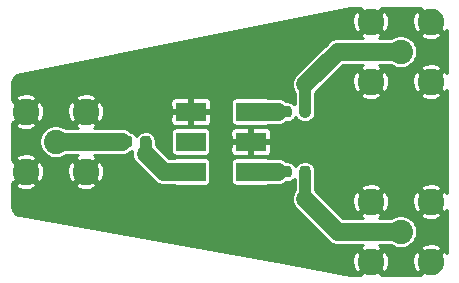
<source format=gbr>
%TF.GenerationSoftware,KiCad,Pcbnew,5.1.6-c6e7f7d~86~ubuntu20.04.1*%
%TF.CreationDate,2020-07-12T19:52:35-07:00*%
%TF.ProjectId,balun,62616c75-6e2e-46b6-9963-61645f706362,rev?*%
%TF.SameCoordinates,Original*%
%TF.FileFunction,Copper,L1,Top*%
%TF.FilePolarity,Positive*%
%FSLAX46Y46*%
G04 Gerber Fmt 4.6, Leading zero omitted, Abs format (unit mm)*
G04 Created by KiCad (PCBNEW 5.1.6-c6e7f7d~86~ubuntu20.04.1) date 2020-07-12 19:52:35*
%MOMM*%
%LPD*%
G01*
G04 APERTURE LIST*
%TA.AperFunction,ComponentPad*%
%ADD10C,2.050000*%
%TD*%
%TA.AperFunction,ComponentPad*%
%ADD11C,2.250000*%
%TD*%
%TA.AperFunction,SMDPad,CuDef*%
%ADD12R,2.540000X1.650000*%
%TD*%
%TA.AperFunction,Conductor*%
%ADD13C,1.500000*%
%TD*%
%TA.AperFunction,Conductor*%
%ADD14C,1.000000*%
%TD*%
%TA.AperFunction,Conductor*%
%ADD15C,0.254000*%
%TD*%
G04 APERTURE END LIST*
%TO.P,C1,1*%
%TO.N,Net-(C1-Pad1)*%
%TA.AperFunction,SMDPad,CuDef*%
G36*
G01*
X89337500Y-86103750D02*
X89337500Y-86616250D01*
G75*
G02*
X89118750Y-86835000I-218750J0D01*
G01*
X88681250Y-86835000D01*
G75*
G02*
X88462500Y-86616250I0J218750D01*
G01*
X88462500Y-86103750D01*
G75*
G02*
X88681250Y-85885000I218750J0D01*
G01*
X89118750Y-85885000D01*
G75*
G02*
X89337500Y-86103750I0J-218750D01*
G01*
G37*
%TD.AperFunction*%
%TO.P,C1,2*%
%TO.N,Net-(C1-Pad2)*%
%TA.AperFunction,SMDPad,CuDef*%
G36*
G01*
X87762500Y-86103750D02*
X87762500Y-86616250D01*
G75*
G02*
X87543750Y-86835000I-218750J0D01*
G01*
X87106250Y-86835000D01*
G75*
G02*
X86887500Y-86616250I0J218750D01*
G01*
X86887500Y-86103750D01*
G75*
G02*
X87106250Y-85885000I218750J0D01*
G01*
X87543750Y-85885000D01*
G75*
G02*
X87762500Y-86103750I0J-218750D01*
G01*
G37*
%TD.AperFunction*%
%TD*%
%TO.P,C2,1*%
%TO.N,Net-(C2-Pad1)*%
%TA.AperFunction,SMDPad,CuDef*%
G36*
G01*
X102825000Y-88643750D02*
X102825000Y-89156250D01*
G75*
G02*
X102606250Y-89375000I-218750J0D01*
G01*
X102168750Y-89375000D01*
G75*
G02*
X101950000Y-89156250I0J218750D01*
G01*
X101950000Y-88643750D01*
G75*
G02*
X102168750Y-88425000I218750J0D01*
G01*
X102606250Y-88425000D01*
G75*
G02*
X102825000Y-88643750I0J-218750D01*
G01*
G37*
%TD.AperFunction*%
%TO.P,C2,2*%
%TO.N,Net-(C2-Pad2)*%
%TA.AperFunction,SMDPad,CuDef*%
G36*
G01*
X101250000Y-88643750D02*
X101250000Y-89156250D01*
G75*
G02*
X101031250Y-89375000I-218750J0D01*
G01*
X100593750Y-89375000D01*
G75*
G02*
X100375000Y-89156250I0J218750D01*
G01*
X100375000Y-88643750D01*
G75*
G02*
X100593750Y-88425000I218750J0D01*
G01*
X101031250Y-88425000D01*
G75*
G02*
X101250000Y-88643750I0J-218750D01*
G01*
G37*
%TD.AperFunction*%
%TD*%
%TO.P,C3,2*%
%TO.N,Net-(C3-Pad2)*%
%TA.AperFunction,SMDPad,CuDef*%
G36*
G01*
X101250000Y-83563750D02*
X101250000Y-84076250D01*
G75*
G02*
X101031250Y-84295000I-218750J0D01*
G01*
X100593750Y-84295000D01*
G75*
G02*
X100375000Y-84076250I0J218750D01*
G01*
X100375000Y-83563750D01*
G75*
G02*
X100593750Y-83345000I218750J0D01*
G01*
X101031250Y-83345000D01*
G75*
G02*
X101250000Y-83563750I0J-218750D01*
G01*
G37*
%TD.AperFunction*%
%TO.P,C3,1*%
%TO.N,Net-(C3-Pad1)*%
%TA.AperFunction,SMDPad,CuDef*%
G36*
G01*
X102825000Y-83563750D02*
X102825000Y-84076250D01*
G75*
G02*
X102606250Y-84295000I-218750J0D01*
G01*
X102168750Y-84295000D01*
G75*
G02*
X101950000Y-84076250I0J218750D01*
G01*
X101950000Y-83563750D01*
G75*
G02*
X102168750Y-83345000I218750J0D01*
G01*
X102606250Y-83345000D01*
G75*
G02*
X102825000Y-83563750I0J-218750D01*
G01*
G37*
%TD.AperFunction*%
%TD*%
D10*
%TO.P,J1,1*%
%TO.N,Net-(C1-Pad2)*%
X81280000Y-86360000D03*
D11*
%TO.P,J1,2*%
%TO.N,GND*%
X83820000Y-88900000D03*
X83820000Y-83820000D03*
X78740000Y-83820000D03*
X78740000Y-88900000D03*
%TD*%
%TO.P,J2,2*%
%TO.N,GND*%
X107950000Y-96520000D03*
X107950000Y-91440000D03*
X113030000Y-91440000D03*
X113030000Y-96520000D03*
D10*
%TO.P,J2,1*%
%TO.N,Net-(C2-Pad1)*%
X110490000Y-93980000D03*
%TD*%
%TO.P,J3,1*%
%TO.N,Net-(C3-Pad1)*%
X110490000Y-78740000D03*
D11*
%TO.P,J3,2*%
%TO.N,GND*%
X113030000Y-81280000D03*
X113030000Y-76200000D03*
X107950000Y-76200000D03*
X107950000Y-81280000D03*
%TD*%
D12*
%TO.P,TR1,1*%
%TO.N,GND*%
X92710000Y-83820000D03*
%TO.P,TR1,2*%
%TO.N,N/C*%
X92710000Y-86360000D03*
%TO.P,TR1,3*%
%TO.N,Net-(C1-Pad1)*%
X92710000Y-88900000D03*
%TO.P,TR1,4*%
%TO.N,Net-(C2-Pad2)*%
X97790000Y-88900000D03*
%TO.P,TR1,5*%
%TO.N,GND*%
X97790000Y-86360000D03*
%TO.P,TR1,6*%
%TO.N,Net-(C3-Pad2)*%
X97790000Y-83820000D03*
%TD*%
D13*
%TO.N,Net-(C1-Pad1)*%
X92710000Y-88900000D02*
X90424000Y-88900000D01*
X90424000Y-88900000D02*
X88900000Y-87376000D01*
D14*
X88900000Y-87376000D02*
X88900000Y-86360000D01*
D13*
%TO.N,Net-(C1-Pad2)*%
X81280000Y-86360000D02*
X86868000Y-86360000D01*
%TO.N,Net-(C2-Pad1)*%
X110490000Y-93980000D02*
X105156000Y-93980000D01*
X105156000Y-93980000D02*
X102387500Y-91211500D01*
D14*
X102387500Y-91211500D02*
X102387500Y-88900000D01*
D13*
%TO.N,Net-(C2-Pad2)*%
X97790000Y-88900000D02*
X100076000Y-88900000D01*
%TO.N,Net-(C3-Pad2)*%
X97790000Y-83820000D02*
X100076000Y-83820000D01*
%TO.N,Net-(C3-Pad1)*%
X110490000Y-78740000D02*
X105156000Y-78740000D01*
X105156000Y-78740000D02*
X102387500Y-81508500D01*
D14*
X102387500Y-81508500D02*
X102387500Y-83820000D01*
%TD*%
D15*
%TO.N,GND*%
G36*
X107012193Y-75082588D02*
G01*
X107950000Y-76020395D01*
X108887807Y-75082588D01*
X108887482Y-75082000D01*
X112092518Y-75082000D01*
X112092193Y-75082588D01*
X113030000Y-76020395D01*
X113044143Y-76006253D01*
X113223748Y-76185858D01*
X113209605Y-76200000D01*
X114147412Y-77137807D01*
X114368653Y-77015607D01*
X114402001Y-76946401D01*
X114402001Y-80526783D01*
X114368653Y-80464393D01*
X114147412Y-80342193D01*
X113209605Y-81280000D01*
X114147412Y-82217807D01*
X114368653Y-82095607D01*
X114402001Y-82026402D01*
X114402000Y-90686782D01*
X114368653Y-90624393D01*
X114147412Y-90502193D01*
X113209605Y-91440000D01*
X114147412Y-92377807D01*
X114368653Y-92255607D01*
X114402000Y-92186403D01*
X114402000Y-95766782D01*
X114368653Y-95704393D01*
X114147412Y-95582193D01*
X113209605Y-96520000D01*
X113223748Y-96534143D01*
X113044143Y-96713748D01*
X113030000Y-96699605D01*
X112092193Y-97637412D01*
X112092518Y-97638000D01*
X108887482Y-97638000D01*
X108887807Y-97637412D01*
X107950000Y-96699605D01*
X107012193Y-97637412D01*
X107012518Y-97638000D01*
X106208613Y-97638000D01*
X100420203Y-96585562D01*
X106383824Y-96585562D01*
X106426708Y-96889848D01*
X106528132Y-97179921D01*
X106611347Y-97335607D01*
X106832588Y-97457807D01*
X107770395Y-96520000D01*
X108129605Y-96520000D01*
X109067412Y-97457807D01*
X109288653Y-97335607D01*
X109422048Y-97058777D01*
X109498873Y-96761243D01*
X109508780Y-96585562D01*
X111463824Y-96585562D01*
X111506708Y-96889848D01*
X111608132Y-97179921D01*
X111691347Y-97335607D01*
X111912588Y-97457807D01*
X112850395Y-96520000D01*
X111912588Y-95582193D01*
X111691347Y-95704393D01*
X111557952Y-95981223D01*
X111481127Y-96278757D01*
X111463824Y-96585562D01*
X109508780Y-96585562D01*
X109516176Y-96454438D01*
X109473292Y-96150152D01*
X109371868Y-95860079D01*
X109288653Y-95704393D01*
X109067412Y-95582193D01*
X108129605Y-96520000D01*
X107770395Y-96520000D01*
X106832588Y-95582193D01*
X106611347Y-95704393D01*
X106477952Y-95981223D01*
X106401127Y-96278757D01*
X106383824Y-96585562D01*
X100420203Y-96585562D01*
X78285008Y-92560982D01*
X78268408Y-92559623D01*
X78113895Y-92544473D01*
X78000291Y-92510174D01*
X77895508Y-92454461D01*
X77803547Y-92379459D01*
X77727902Y-92288020D01*
X77671457Y-92183628D01*
X77636367Y-92070269D01*
X77622000Y-91933576D01*
X77622000Y-90017412D01*
X77802193Y-90017412D01*
X77924393Y-90238653D01*
X78201223Y-90372048D01*
X78498757Y-90448873D01*
X78805562Y-90466176D01*
X79109848Y-90423292D01*
X79399921Y-90321868D01*
X79555607Y-90238653D01*
X79677807Y-90017412D01*
X82882193Y-90017412D01*
X83004393Y-90238653D01*
X83281223Y-90372048D01*
X83578757Y-90448873D01*
X83885562Y-90466176D01*
X84189848Y-90423292D01*
X84479921Y-90321868D01*
X84635607Y-90238653D01*
X84757807Y-90017412D01*
X83820000Y-89079605D01*
X82882193Y-90017412D01*
X79677807Y-90017412D01*
X78740000Y-89079605D01*
X77802193Y-90017412D01*
X77622000Y-90017412D01*
X77622000Y-89837482D01*
X77622588Y-89837807D01*
X78560395Y-88900000D01*
X78919605Y-88900000D01*
X79857412Y-89837807D01*
X80078653Y-89715607D01*
X80212048Y-89438777D01*
X80288873Y-89141243D01*
X80298780Y-88965562D01*
X82253824Y-88965562D01*
X82296708Y-89269848D01*
X82398132Y-89559921D01*
X82481347Y-89715607D01*
X82702588Y-89837807D01*
X83640395Y-88900000D01*
X83999605Y-88900000D01*
X84937412Y-89837807D01*
X85158653Y-89715607D01*
X85292048Y-89438777D01*
X85368873Y-89141243D01*
X85386176Y-88834438D01*
X85343292Y-88530152D01*
X85241868Y-88240079D01*
X85158653Y-88084393D01*
X84937412Y-87962193D01*
X83999605Y-88900000D01*
X83640395Y-88900000D01*
X82702588Y-87962193D01*
X82481347Y-88084393D01*
X82347952Y-88361223D01*
X82271127Y-88658757D01*
X82253824Y-88965562D01*
X80298780Y-88965562D01*
X80306176Y-88834438D01*
X80263292Y-88530152D01*
X80161868Y-88240079D01*
X80078653Y-88084393D01*
X79857412Y-87962193D01*
X78919605Y-88900000D01*
X78560395Y-88900000D01*
X77622588Y-87962193D01*
X77622000Y-87962518D01*
X77622000Y-87782588D01*
X77802193Y-87782588D01*
X78740000Y-88720395D01*
X79677807Y-87782588D01*
X79555607Y-87561347D01*
X79278777Y-87427952D01*
X78981243Y-87351127D01*
X78674438Y-87333824D01*
X78370152Y-87376708D01*
X78080079Y-87478132D01*
X77924393Y-87561347D01*
X77802193Y-87782588D01*
X77622000Y-87782588D01*
X77622000Y-86221521D01*
X79874000Y-86221521D01*
X79874000Y-86498479D01*
X79928032Y-86770115D01*
X80034019Y-87025991D01*
X80187889Y-87256273D01*
X80383727Y-87452111D01*
X80614009Y-87605981D01*
X80869885Y-87711968D01*
X81141521Y-87766000D01*
X81418479Y-87766000D01*
X81690115Y-87711968D01*
X81945991Y-87605981D01*
X82118072Y-87491000D01*
X83136004Y-87491000D01*
X83004393Y-87561347D01*
X82882193Y-87782588D01*
X83820000Y-88720395D01*
X84757807Y-87782588D01*
X84635607Y-87561347D01*
X84489618Y-87491000D01*
X86923558Y-87491000D01*
X87089715Y-87474635D01*
X87302909Y-87409963D01*
X87499390Y-87304942D01*
X87613944Y-87210930D01*
X87661115Y-87206284D01*
X87773970Y-87172049D01*
X87784152Y-87166607D01*
X87763529Y-87376000D01*
X87785365Y-87597714D01*
X87850037Y-87810908D01*
X87955058Y-88007389D01*
X88060977Y-88136452D01*
X89584975Y-89660450D01*
X89620393Y-89703607D01*
X89792610Y-89844942D01*
X89989091Y-89949963D01*
X90202285Y-90014635D01*
X90368442Y-90031000D01*
X90368451Y-90031000D01*
X90423999Y-90036471D01*
X90479547Y-90031000D01*
X91212289Y-90031000D01*
X91227304Y-90043322D01*
X91293492Y-90078701D01*
X91365311Y-90100487D01*
X91440000Y-90107843D01*
X93980000Y-90107843D01*
X94054689Y-90100487D01*
X94126508Y-90078701D01*
X94192696Y-90043322D01*
X94250711Y-89995711D01*
X94298322Y-89937696D01*
X94333701Y-89871508D01*
X94355487Y-89799689D01*
X94362843Y-89725000D01*
X94362843Y-88075000D01*
X96137157Y-88075000D01*
X96137157Y-89725000D01*
X96144513Y-89799689D01*
X96166299Y-89871508D01*
X96201678Y-89937696D01*
X96249289Y-89995711D01*
X96307304Y-90043322D01*
X96373492Y-90078701D01*
X96445311Y-90100487D01*
X96520000Y-90107843D01*
X99060000Y-90107843D01*
X99134689Y-90100487D01*
X99206508Y-90078701D01*
X99272696Y-90043322D01*
X99287711Y-90031000D01*
X100131558Y-90031000D01*
X100297715Y-90014635D01*
X100510909Y-89949963D01*
X100707390Y-89844942D01*
X100813520Y-89757843D01*
X101031250Y-89757843D01*
X101148615Y-89746284D01*
X101261470Y-89712049D01*
X101365477Y-89656456D01*
X101456640Y-89581640D01*
X101506501Y-89520885D01*
X101506500Y-90502197D01*
X101442558Y-90580111D01*
X101337537Y-90776592D01*
X101272865Y-90989786D01*
X101251029Y-91211500D01*
X101272865Y-91433214D01*
X101337537Y-91646408D01*
X101442558Y-91842889D01*
X101548477Y-91971952D01*
X104316979Y-94740455D01*
X104352393Y-94783607D01*
X104524610Y-94924942D01*
X104721091Y-95029963D01*
X104934285Y-95094635D01*
X105100442Y-95111000D01*
X105100451Y-95111000D01*
X105155999Y-95116471D01*
X105211547Y-95111000D01*
X107266004Y-95111000D01*
X107134393Y-95181347D01*
X107012193Y-95402588D01*
X107950000Y-96340395D01*
X108887807Y-95402588D01*
X112092193Y-95402588D01*
X113030000Y-96340395D01*
X113967807Y-95402588D01*
X113845607Y-95181347D01*
X113568777Y-95047952D01*
X113271243Y-94971127D01*
X112964438Y-94953824D01*
X112660152Y-94996708D01*
X112370079Y-95098132D01*
X112214393Y-95181347D01*
X112092193Y-95402588D01*
X108887807Y-95402588D01*
X108765607Y-95181347D01*
X108619618Y-95111000D01*
X109651928Y-95111000D01*
X109824009Y-95225981D01*
X110079885Y-95331968D01*
X110351521Y-95386000D01*
X110628479Y-95386000D01*
X110900115Y-95331968D01*
X111155991Y-95225981D01*
X111386273Y-95072111D01*
X111582111Y-94876273D01*
X111735981Y-94645991D01*
X111841968Y-94390115D01*
X111896000Y-94118479D01*
X111896000Y-93841521D01*
X111841968Y-93569885D01*
X111735981Y-93314009D01*
X111582111Y-93083727D01*
X111386273Y-92887889D01*
X111155991Y-92734019D01*
X110900115Y-92628032D01*
X110628479Y-92574000D01*
X110351521Y-92574000D01*
X110079885Y-92628032D01*
X109824009Y-92734019D01*
X109651928Y-92849000D01*
X108633996Y-92849000D01*
X108765607Y-92778653D01*
X108887807Y-92557412D01*
X112092193Y-92557412D01*
X112214393Y-92778653D01*
X112491223Y-92912048D01*
X112788757Y-92988873D01*
X113095562Y-93006176D01*
X113399848Y-92963292D01*
X113689921Y-92861868D01*
X113845607Y-92778653D01*
X113967807Y-92557412D01*
X113030000Y-91619605D01*
X112092193Y-92557412D01*
X108887807Y-92557412D01*
X107950000Y-91619605D01*
X107012193Y-92557412D01*
X107134393Y-92778653D01*
X107280382Y-92849000D01*
X105624476Y-92849000D01*
X104281038Y-91505562D01*
X106383824Y-91505562D01*
X106426708Y-91809848D01*
X106528132Y-92099921D01*
X106611347Y-92255607D01*
X106832588Y-92377807D01*
X107770395Y-91440000D01*
X108129605Y-91440000D01*
X109067412Y-92377807D01*
X109288653Y-92255607D01*
X109422048Y-91978777D01*
X109498873Y-91681243D01*
X109508780Y-91505562D01*
X111463824Y-91505562D01*
X111506708Y-91809848D01*
X111608132Y-92099921D01*
X111691347Y-92255607D01*
X111912588Y-92377807D01*
X112850395Y-91440000D01*
X111912588Y-90502193D01*
X111691347Y-90624393D01*
X111557952Y-90901223D01*
X111481127Y-91198757D01*
X111463824Y-91505562D01*
X109508780Y-91505562D01*
X109516176Y-91374438D01*
X109473292Y-91070152D01*
X109371868Y-90780079D01*
X109288653Y-90624393D01*
X109067412Y-90502193D01*
X108129605Y-91440000D01*
X107770395Y-91440000D01*
X106832588Y-90502193D01*
X106611347Y-90624393D01*
X106477952Y-90901223D01*
X106401127Y-91198757D01*
X106383824Y-91505562D01*
X104281038Y-91505562D01*
X103268500Y-90493025D01*
X103268500Y-90322588D01*
X107012193Y-90322588D01*
X107950000Y-91260395D01*
X108887807Y-90322588D01*
X112092193Y-90322588D01*
X113030000Y-91260395D01*
X113967807Y-90322588D01*
X113845607Y-90101347D01*
X113568777Y-89967952D01*
X113271243Y-89891127D01*
X112964438Y-89873824D01*
X112660152Y-89916708D01*
X112370079Y-90018132D01*
X112214393Y-90101347D01*
X112092193Y-90322588D01*
X108887807Y-90322588D01*
X108765607Y-90101347D01*
X108488777Y-89967952D01*
X108191243Y-89891127D01*
X107884438Y-89873824D01*
X107580152Y-89916708D01*
X107290079Y-90018132D01*
X107134393Y-90101347D01*
X107012193Y-90322588D01*
X103268500Y-90322588D01*
X103268500Y-88856727D01*
X103255752Y-88727294D01*
X103205375Y-88561225D01*
X103198437Y-88548245D01*
X103196284Y-88526385D01*
X103162049Y-88413530D01*
X103106456Y-88309523D01*
X103031640Y-88218360D01*
X102940477Y-88143544D01*
X102836470Y-88087951D01*
X102723615Y-88053716D01*
X102606250Y-88042157D01*
X102594520Y-88042157D01*
X102560206Y-88031748D01*
X102387500Y-88014738D01*
X102214795Y-88031748D01*
X102180481Y-88042157D01*
X102168750Y-88042157D01*
X102051385Y-88053716D01*
X101938530Y-88087951D01*
X101834523Y-88143544D01*
X101743360Y-88218360D01*
X101668544Y-88309523D01*
X101612951Y-88413530D01*
X101600000Y-88456223D01*
X101587049Y-88413530D01*
X101531456Y-88309523D01*
X101456640Y-88218360D01*
X101365477Y-88143544D01*
X101261470Y-88087951D01*
X101148615Y-88053716D01*
X101031250Y-88042157D01*
X100813520Y-88042157D01*
X100707390Y-87955058D01*
X100510909Y-87850037D01*
X100297715Y-87785365D01*
X100131558Y-87769000D01*
X99287711Y-87769000D01*
X99272696Y-87756678D01*
X99206508Y-87721299D01*
X99134689Y-87699513D01*
X99060000Y-87692157D01*
X96520000Y-87692157D01*
X96445311Y-87699513D01*
X96373492Y-87721299D01*
X96307304Y-87756678D01*
X96249289Y-87804289D01*
X96201678Y-87862304D01*
X96166299Y-87928492D01*
X96144513Y-88000311D01*
X96137157Y-88075000D01*
X94362843Y-88075000D01*
X94355487Y-88000311D01*
X94333701Y-87928492D01*
X94298322Y-87862304D01*
X94250711Y-87804289D01*
X94192696Y-87756678D01*
X94126508Y-87721299D01*
X94054689Y-87699513D01*
X93980000Y-87692157D01*
X91440000Y-87692157D01*
X91365311Y-87699513D01*
X91293492Y-87721299D01*
X91227304Y-87756678D01*
X91212289Y-87769000D01*
X90892475Y-87769000D01*
X89781000Y-86657525D01*
X89781000Y-86316727D01*
X89768252Y-86187294D01*
X89717875Y-86021225D01*
X89710937Y-86008245D01*
X89708784Y-85986385D01*
X89674549Y-85873530D01*
X89618956Y-85769523D01*
X89544140Y-85678360D01*
X89452977Y-85603544D01*
X89348970Y-85547951D01*
X89306278Y-85535000D01*
X91057157Y-85535000D01*
X91057157Y-87185000D01*
X91064513Y-87259689D01*
X91086299Y-87331508D01*
X91121678Y-87397696D01*
X91169289Y-87455711D01*
X91227304Y-87503322D01*
X91293492Y-87538701D01*
X91365311Y-87560487D01*
X91440000Y-87567843D01*
X93980000Y-87567843D01*
X94054689Y-87560487D01*
X94126508Y-87538701D01*
X94192696Y-87503322D01*
X94250711Y-87455711D01*
X94298322Y-87397696D01*
X94333701Y-87331508D01*
X94355487Y-87259689D01*
X94362843Y-87185000D01*
X96082895Y-87185000D01*
X96091294Y-87270275D01*
X96116168Y-87352273D01*
X96156560Y-87427843D01*
X96210920Y-87494080D01*
X96277157Y-87548440D01*
X96352727Y-87588832D01*
X96434725Y-87613706D01*
X96520000Y-87622105D01*
X97554250Y-87620000D01*
X97663000Y-87511250D01*
X97663000Y-86487000D01*
X97917000Y-86487000D01*
X97917000Y-87511250D01*
X98025750Y-87620000D01*
X99060000Y-87622105D01*
X99145275Y-87613706D01*
X99227273Y-87588832D01*
X99302843Y-87548440D01*
X99369080Y-87494080D01*
X99423440Y-87427843D01*
X99463832Y-87352273D01*
X99488706Y-87270275D01*
X99497105Y-87185000D01*
X99495000Y-86595750D01*
X99386250Y-86487000D01*
X97917000Y-86487000D01*
X97663000Y-86487000D01*
X96193750Y-86487000D01*
X96085000Y-86595750D01*
X96082895Y-87185000D01*
X94362843Y-87185000D01*
X94362843Y-85535000D01*
X96082895Y-85535000D01*
X96085000Y-86124250D01*
X96193750Y-86233000D01*
X97663000Y-86233000D01*
X97663000Y-85208750D01*
X97917000Y-85208750D01*
X97917000Y-86233000D01*
X99386250Y-86233000D01*
X99495000Y-86124250D01*
X99497105Y-85535000D01*
X99488706Y-85449725D01*
X99463832Y-85367727D01*
X99423440Y-85292157D01*
X99369080Y-85225920D01*
X99302843Y-85171560D01*
X99227273Y-85131168D01*
X99145275Y-85106294D01*
X99060000Y-85097895D01*
X98025750Y-85100000D01*
X97917000Y-85208750D01*
X97663000Y-85208750D01*
X97554250Y-85100000D01*
X96520000Y-85097895D01*
X96434725Y-85106294D01*
X96352727Y-85131168D01*
X96277157Y-85171560D01*
X96210920Y-85225920D01*
X96156560Y-85292157D01*
X96116168Y-85367727D01*
X96091294Y-85449725D01*
X96082895Y-85535000D01*
X94362843Y-85535000D01*
X94355487Y-85460311D01*
X94333701Y-85388492D01*
X94298322Y-85322304D01*
X94250711Y-85264289D01*
X94192696Y-85216678D01*
X94126508Y-85181299D01*
X94054689Y-85159513D01*
X93980000Y-85152157D01*
X91440000Y-85152157D01*
X91365311Y-85159513D01*
X91293492Y-85181299D01*
X91227304Y-85216678D01*
X91169289Y-85264289D01*
X91121678Y-85322304D01*
X91086299Y-85388492D01*
X91064513Y-85460311D01*
X91057157Y-85535000D01*
X89306278Y-85535000D01*
X89236115Y-85513716D01*
X89118750Y-85502157D01*
X89107020Y-85502157D01*
X89072706Y-85491748D01*
X88900000Y-85474738D01*
X88727295Y-85491748D01*
X88692981Y-85502157D01*
X88681250Y-85502157D01*
X88563885Y-85513716D01*
X88451030Y-85547951D01*
X88347023Y-85603544D01*
X88255860Y-85678360D01*
X88181044Y-85769523D01*
X88125451Y-85873530D01*
X88112500Y-85916223D01*
X88099549Y-85873530D01*
X88043956Y-85769523D01*
X87969140Y-85678360D01*
X87877977Y-85603544D01*
X87773970Y-85547951D01*
X87661115Y-85513716D01*
X87613944Y-85509070D01*
X87499390Y-85415058D01*
X87302909Y-85310037D01*
X87089715Y-85245365D01*
X86923558Y-85229000D01*
X84503996Y-85229000D01*
X84635607Y-85158653D01*
X84757807Y-84937412D01*
X83820000Y-83999605D01*
X82882193Y-84937412D01*
X83004393Y-85158653D01*
X83150382Y-85229000D01*
X82118072Y-85229000D01*
X81945991Y-85114019D01*
X81690115Y-85008032D01*
X81418479Y-84954000D01*
X81141521Y-84954000D01*
X80869885Y-85008032D01*
X80614009Y-85114019D01*
X80383727Y-85267889D01*
X80187889Y-85463727D01*
X80034019Y-85694009D01*
X79928032Y-85949885D01*
X79874000Y-86221521D01*
X77622000Y-86221521D01*
X77622000Y-84937412D01*
X77802193Y-84937412D01*
X77924393Y-85158653D01*
X78201223Y-85292048D01*
X78498757Y-85368873D01*
X78805562Y-85386176D01*
X79109848Y-85343292D01*
X79399921Y-85241868D01*
X79555607Y-85158653D01*
X79677807Y-84937412D01*
X78740000Y-83999605D01*
X77802193Y-84937412D01*
X77622000Y-84937412D01*
X77622000Y-84757482D01*
X77622588Y-84757807D01*
X78560395Y-83820000D01*
X78919605Y-83820000D01*
X79857412Y-84757807D01*
X80078653Y-84635607D01*
X80212048Y-84358777D01*
X80288873Y-84061243D01*
X80298780Y-83885562D01*
X82253824Y-83885562D01*
X82296708Y-84189848D01*
X82398132Y-84479921D01*
X82481347Y-84635607D01*
X82702588Y-84757807D01*
X83640395Y-83820000D01*
X83999605Y-83820000D01*
X84937412Y-84757807D01*
X85141647Y-84645000D01*
X91002895Y-84645000D01*
X91011294Y-84730275D01*
X91036168Y-84812273D01*
X91076560Y-84887843D01*
X91130920Y-84954080D01*
X91197157Y-85008440D01*
X91272727Y-85048832D01*
X91354725Y-85073706D01*
X91440000Y-85082105D01*
X92474250Y-85080000D01*
X92583000Y-84971250D01*
X92583000Y-83947000D01*
X92837000Y-83947000D01*
X92837000Y-84971250D01*
X92945750Y-85080000D01*
X93980000Y-85082105D01*
X94065275Y-85073706D01*
X94147273Y-85048832D01*
X94222843Y-85008440D01*
X94289080Y-84954080D01*
X94343440Y-84887843D01*
X94383832Y-84812273D01*
X94408706Y-84730275D01*
X94417105Y-84645000D01*
X94415000Y-84055750D01*
X94306250Y-83947000D01*
X92837000Y-83947000D01*
X92583000Y-83947000D01*
X91113750Y-83947000D01*
X91005000Y-84055750D01*
X91002895Y-84645000D01*
X85141647Y-84645000D01*
X85158653Y-84635607D01*
X85292048Y-84358777D01*
X85368873Y-84061243D01*
X85386176Y-83754438D01*
X85343292Y-83450152D01*
X85241868Y-83160079D01*
X85158653Y-83004393D01*
X85141648Y-82995000D01*
X91002895Y-82995000D01*
X91005000Y-83584250D01*
X91113750Y-83693000D01*
X92583000Y-83693000D01*
X92583000Y-82668750D01*
X92837000Y-82668750D01*
X92837000Y-83693000D01*
X94306250Y-83693000D01*
X94415000Y-83584250D01*
X94417105Y-82995000D01*
X96137157Y-82995000D01*
X96137157Y-84645000D01*
X96144513Y-84719689D01*
X96166299Y-84791508D01*
X96201678Y-84857696D01*
X96249289Y-84915711D01*
X96307304Y-84963322D01*
X96373492Y-84998701D01*
X96445311Y-85020487D01*
X96520000Y-85027843D01*
X99060000Y-85027843D01*
X99134689Y-85020487D01*
X99206508Y-84998701D01*
X99272696Y-84963322D01*
X99287711Y-84951000D01*
X100131558Y-84951000D01*
X100297715Y-84934635D01*
X100510909Y-84869963D01*
X100707390Y-84764942D01*
X100813520Y-84677843D01*
X101031250Y-84677843D01*
X101148615Y-84666284D01*
X101261470Y-84632049D01*
X101365477Y-84576456D01*
X101456640Y-84501640D01*
X101531456Y-84410477D01*
X101587049Y-84306470D01*
X101600000Y-84263777D01*
X101612951Y-84306470D01*
X101668544Y-84410477D01*
X101743360Y-84501640D01*
X101834523Y-84576456D01*
X101938530Y-84632049D01*
X102051385Y-84666284D01*
X102168750Y-84677843D01*
X102180481Y-84677843D01*
X102214795Y-84688252D01*
X102387500Y-84705262D01*
X102560206Y-84688252D01*
X102594520Y-84677843D01*
X102606250Y-84677843D01*
X102723615Y-84666284D01*
X102836470Y-84632049D01*
X102940477Y-84576456D01*
X103031640Y-84501640D01*
X103106456Y-84410477D01*
X103162049Y-84306470D01*
X103196284Y-84193615D01*
X103198437Y-84171755D01*
X103205375Y-84158775D01*
X103255752Y-83992706D01*
X103268500Y-83863273D01*
X103268500Y-82397412D01*
X107012193Y-82397412D01*
X107134393Y-82618653D01*
X107411223Y-82752048D01*
X107708757Y-82828873D01*
X108015562Y-82846176D01*
X108319848Y-82803292D01*
X108609921Y-82701868D01*
X108765607Y-82618653D01*
X108887807Y-82397412D01*
X112092193Y-82397412D01*
X112214393Y-82618653D01*
X112491223Y-82752048D01*
X112788757Y-82828873D01*
X113095562Y-82846176D01*
X113399848Y-82803292D01*
X113689921Y-82701868D01*
X113845607Y-82618653D01*
X113967807Y-82397412D01*
X113030000Y-81459605D01*
X112092193Y-82397412D01*
X108887807Y-82397412D01*
X107950000Y-81459605D01*
X107012193Y-82397412D01*
X103268500Y-82397412D01*
X103268500Y-82226975D01*
X104149913Y-81345562D01*
X106383824Y-81345562D01*
X106426708Y-81649848D01*
X106528132Y-81939921D01*
X106611347Y-82095607D01*
X106832588Y-82217807D01*
X107770395Y-81280000D01*
X108129605Y-81280000D01*
X109067412Y-82217807D01*
X109288653Y-82095607D01*
X109422048Y-81818777D01*
X109498873Y-81521243D01*
X109508780Y-81345562D01*
X111463824Y-81345562D01*
X111506708Y-81649848D01*
X111608132Y-81939921D01*
X111691347Y-82095607D01*
X111912588Y-82217807D01*
X112850395Y-81280000D01*
X111912588Y-80342193D01*
X111691347Y-80464393D01*
X111557952Y-80741223D01*
X111481127Y-81038757D01*
X111463824Y-81345562D01*
X109508780Y-81345562D01*
X109516176Y-81214438D01*
X109473292Y-80910152D01*
X109371868Y-80620079D01*
X109288653Y-80464393D01*
X109067412Y-80342193D01*
X108129605Y-81280000D01*
X107770395Y-81280000D01*
X106832588Y-80342193D01*
X106611347Y-80464393D01*
X106477952Y-80741223D01*
X106401127Y-81038757D01*
X106383824Y-81345562D01*
X104149913Y-81345562D01*
X105624476Y-79871000D01*
X107266004Y-79871000D01*
X107134393Y-79941347D01*
X107012193Y-80162588D01*
X107950000Y-81100395D01*
X108887807Y-80162588D01*
X112092193Y-80162588D01*
X113030000Y-81100395D01*
X113967807Y-80162588D01*
X113845607Y-79941347D01*
X113568777Y-79807952D01*
X113271243Y-79731127D01*
X112964438Y-79713824D01*
X112660152Y-79756708D01*
X112370079Y-79858132D01*
X112214393Y-79941347D01*
X112092193Y-80162588D01*
X108887807Y-80162588D01*
X108765607Y-79941347D01*
X108619618Y-79871000D01*
X109651928Y-79871000D01*
X109824009Y-79985981D01*
X110079885Y-80091968D01*
X110351521Y-80146000D01*
X110628479Y-80146000D01*
X110900115Y-80091968D01*
X111155991Y-79985981D01*
X111386273Y-79832111D01*
X111582111Y-79636273D01*
X111735981Y-79405991D01*
X111841968Y-79150115D01*
X111896000Y-78878479D01*
X111896000Y-78601521D01*
X111841968Y-78329885D01*
X111735981Y-78074009D01*
X111582111Y-77843727D01*
X111386273Y-77647889D01*
X111155991Y-77494019D01*
X110900115Y-77388032D01*
X110628479Y-77334000D01*
X110351521Y-77334000D01*
X110079885Y-77388032D01*
X109824009Y-77494019D01*
X109651928Y-77609000D01*
X108633996Y-77609000D01*
X108765607Y-77538653D01*
X108887807Y-77317412D01*
X112092193Y-77317412D01*
X112214393Y-77538653D01*
X112491223Y-77672048D01*
X112788757Y-77748873D01*
X113095562Y-77766176D01*
X113399848Y-77723292D01*
X113689921Y-77621868D01*
X113845607Y-77538653D01*
X113967807Y-77317412D01*
X113030000Y-76379605D01*
X112092193Y-77317412D01*
X108887807Y-77317412D01*
X107950000Y-76379605D01*
X107012193Y-77317412D01*
X107134393Y-77538653D01*
X107280382Y-77609000D01*
X105211547Y-77609000D01*
X105155999Y-77603529D01*
X105100451Y-77609000D01*
X105100442Y-77609000D01*
X104934285Y-77625365D01*
X104721091Y-77690037D01*
X104524610Y-77795058D01*
X104352393Y-77936393D01*
X104316979Y-77979545D01*
X101548477Y-80748048D01*
X101442558Y-80877111D01*
X101337537Y-81073592D01*
X101272865Y-81286786D01*
X101251029Y-81508500D01*
X101272865Y-81730214D01*
X101337537Y-81943408D01*
X101442558Y-82139889D01*
X101506500Y-82217803D01*
X101506501Y-83199115D01*
X101456640Y-83138360D01*
X101365477Y-83063544D01*
X101261470Y-83007951D01*
X101148615Y-82973716D01*
X101031250Y-82962157D01*
X100813520Y-82962157D01*
X100707390Y-82875058D01*
X100510909Y-82770037D01*
X100297715Y-82705365D01*
X100131558Y-82689000D01*
X99287711Y-82689000D01*
X99272696Y-82676678D01*
X99206508Y-82641299D01*
X99134689Y-82619513D01*
X99060000Y-82612157D01*
X96520000Y-82612157D01*
X96445311Y-82619513D01*
X96373492Y-82641299D01*
X96307304Y-82676678D01*
X96249289Y-82724289D01*
X96201678Y-82782304D01*
X96166299Y-82848492D01*
X96144513Y-82920311D01*
X96137157Y-82995000D01*
X94417105Y-82995000D01*
X94408706Y-82909725D01*
X94383832Y-82827727D01*
X94343440Y-82752157D01*
X94289080Y-82685920D01*
X94222843Y-82631560D01*
X94147273Y-82591168D01*
X94065275Y-82566294D01*
X93980000Y-82557895D01*
X92945750Y-82560000D01*
X92837000Y-82668750D01*
X92583000Y-82668750D01*
X92474250Y-82560000D01*
X91440000Y-82557895D01*
X91354725Y-82566294D01*
X91272727Y-82591168D01*
X91197157Y-82631560D01*
X91130920Y-82685920D01*
X91076560Y-82752157D01*
X91036168Y-82827727D01*
X91011294Y-82909725D01*
X91002895Y-82995000D01*
X85141648Y-82995000D01*
X84937412Y-82882193D01*
X83999605Y-83820000D01*
X83640395Y-83820000D01*
X82702588Y-82882193D01*
X82481347Y-83004393D01*
X82347952Y-83281223D01*
X82271127Y-83578757D01*
X82253824Y-83885562D01*
X80298780Y-83885562D01*
X80306176Y-83754438D01*
X80263292Y-83450152D01*
X80161868Y-83160079D01*
X80078653Y-83004393D01*
X79857412Y-82882193D01*
X78919605Y-83820000D01*
X78560395Y-83820000D01*
X77622588Y-82882193D01*
X77622000Y-82882518D01*
X77622000Y-82702588D01*
X77802193Y-82702588D01*
X78740000Y-83640395D01*
X79677807Y-82702588D01*
X82882193Y-82702588D01*
X83820000Y-83640395D01*
X84757807Y-82702588D01*
X84635607Y-82481347D01*
X84358777Y-82347952D01*
X84061243Y-82271127D01*
X83754438Y-82253824D01*
X83450152Y-82296708D01*
X83160079Y-82398132D01*
X83004393Y-82481347D01*
X82882193Y-82702588D01*
X79677807Y-82702588D01*
X79555607Y-82481347D01*
X79278777Y-82347952D01*
X78981243Y-82271127D01*
X78674438Y-82253824D01*
X78370152Y-82296708D01*
X78080079Y-82398132D01*
X77924393Y-82481347D01*
X77802193Y-82702588D01*
X77622000Y-82702588D01*
X77622000Y-81299855D01*
X77635527Y-81161894D01*
X77669827Y-81048287D01*
X77725539Y-80943509D01*
X77800543Y-80851545D01*
X77891982Y-80775901D01*
X77996371Y-80719458D01*
X78109732Y-80684367D01*
X78229998Y-80671726D01*
X78232426Y-80671963D01*
X78292069Y-80666026D01*
X78312256Y-80661989D01*
X78312262Y-80661988D01*
X78312268Y-80661986D01*
X100294394Y-76265562D01*
X106383824Y-76265562D01*
X106426708Y-76569848D01*
X106528132Y-76859921D01*
X106611347Y-77015607D01*
X106832588Y-77137807D01*
X107770395Y-76200000D01*
X108129605Y-76200000D01*
X109067412Y-77137807D01*
X109288653Y-77015607D01*
X109422048Y-76738777D01*
X109498873Y-76441243D01*
X109508780Y-76265562D01*
X111463824Y-76265562D01*
X111506708Y-76569848D01*
X111608132Y-76859921D01*
X111691347Y-77015607D01*
X111912588Y-77137807D01*
X112850395Y-76200000D01*
X111912588Y-75262193D01*
X111691347Y-75384393D01*
X111557952Y-75661223D01*
X111481127Y-75958757D01*
X111463824Y-76265562D01*
X109508780Y-76265562D01*
X109516176Y-76134438D01*
X109473292Y-75830152D01*
X109371868Y-75540079D01*
X109288653Y-75384393D01*
X109067412Y-75262193D01*
X108129605Y-76200000D01*
X107770395Y-76200000D01*
X106832588Y-75262193D01*
X106611347Y-75384393D01*
X106477952Y-75661223D01*
X106401127Y-75958757D01*
X106383824Y-76265562D01*
X100294394Y-76265562D01*
X106212206Y-75082000D01*
X107012518Y-75082000D01*
X107012193Y-75082588D01*
G37*
X107012193Y-75082588D02*
X107950000Y-76020395D01*
X108887807Y-75082588D01*
X108887482Y-75082000D01*
X112092518Y-75082000D01*
X112092193Y-75082588D01*
X113030000Y-76020395D01*
X113044143Y-76006253D01*
X113223748Y-76185858D01*
X113209605Y-76200000D01*
X114147412Y-77137807D01*
X114368653Y-77015607D01*
X114402001Y-76946401D01*
X114402001Y-80526783D01*
X114368653Y-80464393D01*
X114147412Y-80342193D01*
X113209605Y-81280000D01*
X114147412Y-82217807D01*
X114368653Y-82095607D01*
X114402001Y-82026402D01*
X114402000Y-90686782D01*
X114368653Y-90624393D01*
X114147412Y-90502193D01*
X113209605Y-91440000D01*
X114147412Y-92377807D01*
X114368653Y-92255607D01*
X114402000Y-92186403D01*
X114402000Y-95766782D01*
X114368653Y-95704393D01*
X114147412Y-95582193D01*
X113209605Y-96520000D01*
X113223748Y-96534143D01*
X113044143Y-96713748D01*
X113030000Y-96699605D01*
X112092193Y-97637412D01*
X112092518Y-97638000D01*
X108887482Y-97638000D01*
X108887807Y-97637412D01*
X107950000Y-96699605D01*
X107012193Y-97637412D01*
X107012518Y-97638000D01*
X106208613Y-97638000D01*
X100420203Y-96585562D01*
X106383824Y-96585562D01*
X106426708Y-96889848D01*
X106528132Y-97179921D01*
X106611347Y-97335607D01*
X106832588Y-97457807D01*
X107770395Y-96520000D01*
X108129605Y-96520000D01*
X109067412Y-97457807D01*
X109288653Y-97335607D01*
X109422048Y-97058777D01*
X109498873Y-96761243D01*
X109508780Y-96585562D01*
X111463824Y-96585562D01*
X111506708Y-96889848D01*
X111608132Y-97179921D01*
X111691347Y-97335607D01*
X111912588Y-97457807D01*
X112850395Y-96520000D01*
X111912588Y-95582193D01*
X111691347Y-95704393D01*
X111557952Y-95981223D01*
X111481127Y-96278757D01*
X111463824Y-96585562D01*
X109508780Y-96585562D01*
X109516176Y-96454438D01*
X109473292Y-96150152D01*
X109371868Y-95860079D01*
X109288653Y-95704393D01*
X109067412Y-95582193D01*
X108129605Y-96520000D01*
X107770395Y-96520000D01*
X106832588Y-95582193D01*
X106611347Y-95704393D01*
X106477952Y-95981223D01*
X106401127Y-96278757D01*
X106383824Y-96585562D01*
X100420203Y-96585562D01*
X78285008Y-92560982D01*
X78268408Y-92559623D01*
X78113895Y-92544473D01*
X78000291Y-92510174D01*
X77895508Y-92454461D01*
X77803547Y-92379459D01*
X77727902Y-92288020D01*
X77671457Y-92183628D01*
X77636367Y-92070269D01*
X77622000Y-91933576D01*
X77622000Y-90017412D01*
X77802193Y-90017412D01*
X77924393Y-90238653D01*
X78201223Y-90372048D01*
X78498757Y-90448873D01*
X78805562Y-90466176D01*
X79109848Y-90423292D01*
X79399921Y-90321868D01*
X79555607Y-90238653D01*
X79677807Y-90017412D01*
X82882193Y-90017412D01*
X83004393Y-90238653D01*
X83281223Y-90372048D01*
X83578757Y-90448873D01*
X83885562Y-90466176D01*
X84189848Y-90423292D01*
X84479921Y-90321868D01*
X84635607Y-90238653D01*
X84757807Y-90017412D01*
X83820000Y-89079605D01*
X82882193Y-90017412D01*
X79677807Y-90017412D01*
X78740000Y-89079605D01*
X77802193Y-90017412D01*
X77622000Y-90017412D01*
X77622000Y-89837482D01*
X77622588Y-89837807D01*
X78560395Y-88900000D01*
X78919605Y-88900000D01*
X79857412Y-89837807D01*
X80078653Y-89715607D01*
X80212048Y-89438777D01*
X80288873Y-89141243D01*
X80298780Y-88965562D01*
X82253824Y-88965562D01*
X82296708Y-89269848D01*
X82398132Y-89559921D01*
X82481347Y-89715607D01*
X82702588Y-89837807D01*
X83640395Y-88900000D01*
X83999605Y-88900000D01*
X84937412Y-89837807D01*
X85158653Y-89715607D01*
X85292048Y-89438777D01*
X85368873Y-89141243D01*
X85386176Y-88834438D01*
X85343292Y-88530152D01*
X85241868Y-88240079D01*
X85158653Y-88084393D01*
X84937412Y-87962193D01*
X83999605Y-88900000D01*
X83640395Y-88900000D01*
X82702588Y-87962193D01*
X82481347Y-88084393D01*
X82347952Y-88361223D01*
X82271127Y-88658757D01*
X82253824Y-88965562D01*
X80298780Y-88965562D01*
X80306176Y-88834438D01*
X80263292Y-88530152D01*
X80161868Y-88240079D01*
X80078653Y-88084393D01*
X79857412Y-87962193D01*
X78919605Y-88900000D01*
X78560395Y-88900000D01*
X77622588Y-87962193D01*
X77622000Y-87962518D01*
X77622000Y-87782588D01*
X77802193Y-87782588D01*
X78740000Y-88720395D01*
X79677807Y-87782588D01*
X79555607Y-87561347D01*
X79278777Y-87427952D01*
X78981243Y-87351127D01*
X78674438Y-87333824D01*
X78370152Y-87376708D01*
X78080079Y-87478132D01*
X77924393Y-87561347D01*
X77802193Y-87782588D01*
X77622000Y-87782588D01*
X77622000Y-86221521D01*
X79874000Y-86221521D01*
X79874000Y-86498479D01*
X79928032Y-86770115D01*
X80034019Y-87025991D01*
X80187889Y-87256273D01*
X80383727Y-87452111D01*
X80614009Y-87605981D01*
X80869885Y-87711968D01*
X81141521Y-87766000D01*
X81418479Y-87766000D01*
X81690115Y-87711968D01*
X81945991Y-87605981D01*
X82118072Y-87491000D01*
X83136004Y-87491000D01*
X83004393Y-87561347D01*
X82882193Y-87782588D01*
X83820000Y-88720395D01*
X84757807Y-87782588D01*
X84635607Y-87561347D01*
X84489618Y-87491000D01*
X86923558Y-87491000D01*
X87089715Y-87474635D01*
X87302909Y-87409963D01*
X87499390Y-87304942D01*
X87613944Y-87210930D01*
X87661115Y-87206284D01*
X87773970Y-87172049D01*
X87784152Y-87166607D01*
X87763529Y-87376000D01*
X87785365Y-87597714D01*
X87850037Y-87810908D01*
X87955058Y-88007389D01*
X88060977Y-88136452D01*
X89584975Y-89660450D01*
X89620393Y-89703607D01*
X89792610Y-89844942D01*
X89989091Y-89949963D01*
X90202285Y-90014635D01*
X90368442Y-90031000D01*
X90368451Y-90031000D01*
X90423999Y-90036471D01*
X90479547Y-90031000D01*
X91212289Y-90031000D01*
X91227304Y-90043322D01*
X91293492Y-90078701D01*
X91365311Y-90100487D01*
X91440000Y-90107843D01*
X93980000Y-90107843D01*
X94054689Y-90100487D01*
X94126508Y-90078701D01*
X94192696Y-90043322D01*
X94250711Y-89995711D01*
X94298322Y-89937696D01*
X94333701Y-89871508D01*
X94355487Y-89799689D01*
X94362843Y-89725000D01*
X94362843Y-88075000D01*
X96137157Y-88075000D01*
X96137157Y-89725000D01*
X96144513Y-89799689D01*
X96166299Y-89871508D01*
X96201678Y-89937696D01*
X96249289Y-89995711D01*
X96307304Y-90043322D01*
X96373492Y-90078701D01*
X96445311Y-90100487D01*
X96520000Y-90107843D01*
X99060000Y-90107843D01*
X99134689Y-90100487D01*
X99206508Y-90078701D01*
X99272696Y-90043322D01*
X99287711Y-90031000D01*
X100131558Y-90031000D01*
X100297715Y-90014635D01*
X100510909Y-89949963D01*
X100707390Y-89844942D01*
X100813520Y-89757843D01*
X101031250Y-89757843D01*
X101148615Y-89746284D01*
X101261470Y-89712049D01*
X101365477Y-89656456D01*
X101456640Y-89581640D01*
X101506501Y-89520885D01*
X101506500Y-90502197D01*
X101442558Y-90580111D01*
X101337537Y-90776592D01*
X101272865Y-90989786D01*
X101251029Y-91211500D01*
X101272865Y-91433214D01*
X101337537Y-91646408D01*
X101442558Y-91842889D01*
X101548477Y-91971952D01*
X104316979Y-94740455D01*
X104352393Y-94783607D01*
X104524610Y-94924942D01*
X104721091Y-95029963D01*
X104934285Y-95094635D01*
X105100442Y-95111000D01*
X105100451Y-95111000D01*
X105155999Y-95116471D01*
X105211547Y-95111000D01*
X107266004Y-95111000D01*
X107134393Y-95181347D01*
X107012193Y-95402588D01*
X107950000Y-96340395D01*
X108887807Y-95402588D01*
X112092193Y-95402588D01*
X113030000Y-96340395D01*
X113967807Y-95402588D01*
X113845607Y-95181347D01*
X113568777Y-95047952D01*
X113271243Y-94971127D01*
X112964438Y-94953824D01*
X112660152Y-94996708D01*
X112370079Y-95098132D01*
X112214393Y-95181347D01*
X112092193Y-95402588D01*
X108887807Y-95402588D01*
X108765607Y-95181347D01*
X108619618Y-95111000D01*
X109651928Y-95111000D01*
X109824009Y-95225981D01*
X110079885Y-95331968D01*
X110351521Y-95386000D01*
X110628479Y-95386000D01*
X110900115Y-95331968D01*
X111155991Y-95225981D01*
X111386273Y-95072111D01*
X111582111Y-94876273D01*
X111735981Y-94645991D01*
X111841968Y-94390115D01*
X111896000Y-94118479D01*
X111896000Y-93841521D01*
X111841968Y-93569885D01*
X111735981Y-93314009D01*
X111582111Y-93083727D01*
X111386273Y-92887889D01*
X111155991Y-92734019D01*
X110900115Y-92628032D01*
X110628479Y-92574000D01*
X110351521Y-92574000D01*
X110079885Y-92628032D01*
X109824009Y-92734019D01*
X109651928Y-92849000D01*
X108633996Y-92849000D01*
X108765607Y-92778653D01*
X108887807Y-92557412D01*
X112092193Y-92557412D01*
X112214393Y-92778653D01*
X112491223Y-92912048D01*
X112788757Y-92988873D01*
X113095562Y-93006176D01*
X113399848Y-92963292D01*
X113689921Y-92861868D01*
X113845607Y-92778653D01*
X113967807Y-92557412D01*
X113030000Y-91619605D01*
X112092193Y-92557412D01*
X108887807Y-92557412D01*
X107950000Y-91619605D01*
X107012193Y-92557412D01*
X107134393Y-92778653D01*
X107280382Y-92849000D01*
X105624476Y-92849000D01*
X104281038Y-91505562D01*
X106383824Y-91505562D01*
X106426708Y-91809848D01*
X106528132Y-92099921D01*
X106611347Y-92255607D01*
X106832588Y-92377807D01*
X107770395Y-91440000D01*
X108129605Y-91440000D01*
X109067412Y-92377807D01*
X109288653Y-92255607D01*
X109422048Y-91978777D01*
X109498873Y-91681243D01*
X109508780Y-91505562D01*
X111463824Y-91505562D01*
X111506708Y-91809848D01*
X111608132Y-92099921D01*
X111691347Y-92255607D01*
X111912588Y-92377807D01*
X112850395Y-91440000D01*
X111912588Y-90502193D01*
X111691347Y-90624393D01*
X111557952Y-90901223D01*
X111481127Y-91198757D01*
X111463824Y-91505562D01*
X109508780Y-91505562D01*
X109516176Y-91374438D01*
X109473292Y-91070152D01*
X109371868Y-90780079D01*
X109288653Y-90624393D01*
X109067412Y-90502193D01*
X108129605Y-91440000D01*
X107770395Y-91440000D01*
X106832588Y-90502193D01*
X106611347Y-90624393D01*
X106477952Y-90901223D01*
X106401127Y-91198757D01*
X106383824Y-91505562D01*
X104281038Y-91505562D01*
X103268500Y-90493025D01*
X103268500Y-90322588D01*
X107012193Y-90322588D01*
X107950000Y-91260395D01*
X108887807Y-90322588D01*
X112092193Y-90322588D01*
X113030000Y-91260395D01*
X113967807Y-90322588D01*
X113845607Y-90101347D01*
X113568777Y-89967952D01*
X113271243Y-89891127D01*
X112964438Y-89873824D01*
X112660152Y-89916708D01*
X112370079Y-90018132D01*
X112214393Y-90101347D01*
X112092193Y-90322588D01*
X108887807Y-90322588D01*
X108765607Y-90101347D01*
X108488777Y-89967952D01*
X108191243Y-89891127D01*
X107884438Y-89873824D01*
X107580152Y-89916708D01*
X107290079Y-90018132D01*
X107134393Y-90101347D01*
X107012193Y-90322588D01*
X103268500Y-90322588D01*
X103268500Y-88856727D01*
X103255752Y-88727294D01*
X103205375Y-88561225D01*
X103198437Y-88548245D01*
X103196284Y-88526385D01*
X103162049Y-88413530D01*
X103106456Y-88309523D01*
X103031640Y-88218360D01*
X102940477Y-88143544D01*
X102836470Y-88087951D01*
X102723615Y-88053716D01*
X102606250Y-88042157D01*
X102594520Y-88042157D01*
X102560206Y-88031748D01*
X102387500Y-88014738D01*
X102214795Y-88031748D01*
X102180481Y-88042157D01*
X102168750Y-88042157D01*
X102051385Y-88053716D01*
X101938530Y-88087951D01*
X101834523Y-88143544D01*
X101743360Y-88218360D01*
X101668544Y-88309523D01*
X101612951Y-88413530D01*
X101600000Y-88456223D01*
X101587049Y-88413530D01*
X101531456Y-88309523D01*
X101456640Y-88218360D01*
X101365477Y-88143544D01*
X101261470Y-88087951D01*
X101148615Y-88053716D01*
X101031250Y-88042157D01*
X100813520Y-88042157D01*
X100707390Y-87955058D01*
X100510909Y-87850037D01*
X100297715Y-87785365D01*
X100131558Y-87769000D01*
X99287711Y-87769000D01*
X99272696Y-87756678D01*
X99206508Y-87721299D01*
X99134689Y-87699513D01*
X99060000Y-87692157D01*
X96520000Y-87692157D01*
X96445311Y-87699513D01*
X96373492Y-87721299D01*
X96307304Y-87756678D01*
X96249289Y-87804289D01*
X96201678Y-87862304D01*
X96166299Y-87928492D01*
X96144513Y-88000311D01*
X96137157Y-88075000D01*
X94362843Y-88075000D01*
X94355487Y-88000311D01*
X94333701Y-87928492D01*
X94298322Y-87862304D01*
X94250711Y-87804289D01*
X94192696Y-87756678D01*
X94126508Y-87721299D01*
X94054689Y-87699513D01*
X93980000Y-87692157D01*
X91440000Y-87692157D01*
X91365311Y-87699513D01*
X91293492Y-87721299D01*
X91227304Y-87756678D01*
X91212289Y-87769000D01*
X90892475Y-87769000D01*
X89781000Y-86657525D01*
X89781000Y-86316727D01*
X89768252Y-86187294D01*
X89717875Y-86021225D01*
X89710937Y-86008245D01*
X89708784Y-85986385D01*
X89674549Y-85873530D01*
X89618956Y-85769523D01*
X89544140Y-85678360D01*
X89452977Y-85603544D01*
X89348970Y-85547951D01*
X89306278Y-85535000D01*
X91057157Y-85535000D01*
X91057157Y-87185000D01*
X91064513Y-87259689D01*
X91086299Y-87331508D01*
X91121678Y-87397696D01*
X91169289Y-87455711D01*
X91227304Y-87503322D01*
X91293492Y-87538701D01*
X91365311Y-87560487D01*
X91440000Y-87567843D01*
X93980000Y-87567843D01*
X94054689Y-87560487D01*
X94126508Y-87538701D01*
X94192696Y-87503322D01*
X94250711Y-87455711D01*
X94298322Y-87397696D01*
X94333701Y-87331508D01*
X94355487Y-87259689D01*
X94362843Y-87185000D01*
X96082895Y-87185000D01*
X96091294Y-87270275D01*
X96116168Y-87352273D01*
X96156560Y-87427843D01*
X96210920Y-87494080D01*
X96277157Y-87548440D01*
X96352727Y-87588832D01*
X96434725Y-87613706D01*
X96520000Y-87622105D01*
X97554250Y-87620000D01*
X97663000Y-87511250D01*
X97663000Y-86487000D01*
X97917000Y-86487000D01*
X97917000Y-87511250D01*
X98025750Y-87620000D01*
X99060000Y-87622105D01*
X99145275Y-87613706D01*
X99227273Y-87588832D01*
X99302843Y-87548440D01*
X99369080Y-87494080D01*
X99423440Y-87427843D01*
X99463832Y-87352273D01*
X99488706Y-87270275D01*
X99497105Y-87185000D01*
X99495000Y-86595750D01*
X99386250Y-86487000D01*
X97917000Y-86487000D01*
X97663000Y-86487000D01*
X96193750Y-86487000D01*
X96085000Y-86595750D01*
X96082895Y-87185000D01*
X94362843Y-87185000D01*
X94362843Y-85535000D01*
X96082895Y-85535000D01*
X96085000Y-86124250D01*
X96193750Y-86233000D01*
X97663000Y-86233000D01*
X97663000Y-85208750D01*
X97917000Y-85208750D01*
X97917000Y-86233000D01*
X99386250Y-86233000D01*
X99495000Y-86124250D01*
X99497105Y-85535000D01*
X99488706Y-85449725D01*
X99463832Y-85367727D01*
X99423440Y-85292157D01*
X99369080Y-85225920D01*
X99302843Y-85171560D01*
X99227273Y-85131168D01*
X99145275Y-85106294D01*
X99060000Y-85097895D01*
X98025750Y-85100000D01*
X97917000Y-85208750D01*
X97663000Y-85208750D01*
X97554250Y-85100000D01*
X96520000Y-85097895D01*
X96434725Y-85106294D01*
X96352727Y-85131168D01*
X96277157Y-85171560D01*
X96210920Y-85225920D01*
X96156560Y-85292157D01*
X96116168Y-85367727D01*
X96091294Y-85449725D01*
X96082895Y-85535000D01*
X94362843Y-85535000D01*
X94355487Y-85460311D01*
X94333701Y-85388492D01*
X94298322Y-85322304D01*
X94250711Y-85264289D01*
X94192696Y-85216678D01*
X94126508Y-85181299D01*
X94054689Y-85159513D01*
X93980000Y-85152157D01*
X91440000Y-85152157D01*
X91365311Y-85159513D01*
X91293492Y-85181299D01*
X91227304Y-85216678D01*
X91169289Y-85264289D01*
X91121678Y-85322304D01*
X91086299Y-85388492D01*
X91064513Y-85460311D01*
X91057157Y-85535000D01*
X89306278Y-85535000D01*
X89236115Y-85513716D01*
X89118750Y-85502157D01*
X89107020Y-85502157D01*
X89072706Y-85491748D01*
X88900000Y-85474738D01*
X88727295Y-85491748D01*
X88692981Y-85502157D01*
X88681250Y-85502157D01*
X88563885Y-85513716D01*
X88451030Y-85547951D01*
X88347023Y-85603544D01*
X88255860Y-85678360D01*
X88181044Y-85769523D01*
X88125451Y-85873530D01*
X88112500Y-85916223D01*
X88099549Y-85873530D01*
X88043956Y-85769523D01*
X87969140Y-85678360D01*
X87877977Y-85603544D01*
X87773970Y-85547951D01*
X87661115Y-85513716D01*
X87613944Y-85509070D01*
X87499390Y-85415058D01*
X87302909Y-85310037D01*
X87089715Y-85245365D01*
X86923558Y-85229000D01*
X84503996Y-85229000D01*
X84635607Y-85158653D01*
X84757807Y-84937412D01*
X83820000Y-83999605D01*
X82882193Y-84937412D01*
X83004393Y-85158653D01*
X83150382Y-85229000D01*
X82118072Y-85229000D01*
X81945991Y-85114019D01*
X81690115Y-85008032D01*
X81418479Y-84954000D01*
X81141521Y-84954000D01*
X80869885Y-85008032D01*
X80614009Y-85114019D01*
X80383727Y-85267889D01*
X80187889Y-85463727D01*
X80034019Y-85694009D01*
X79928032Y-85949885D01*
X79874000Y-86221521D01*
X77622000Y-86221521D01*
X77622000Y-84937412D01*
X77802193Y-84937412D01*
X77924393Y-85158653D01*
X78201223Y-85292048D01*
X78498757Y-85368873D01*
X78805562Y-85386176D01*
X79109848Y-85343292D01*
X79399921Y-85241868D01*
X79555607Y-85158653D01*
X79677807Y-84937412D01*
X78740000Y-83999605D01*
X77802193Y-84937412D01*
X77622000Y-84937412D01*
X77622000Y-84757482D01*
X77622588Y-84757807D01*
X78560395Y-83820000D01*
X78919605Y-83820000D01*
X79857412Y-84757807D01*
X80078653Y-84635607D01*
X80212048Y-84358777D01*
X80288873Y-84061243D01*
X80298780Y-83885562D01*
X82253824Y-83885562D01*
X82296708Y-84189848D01*
X82398132Y-84479921D01*
X82481347Y-84635607D01*
X82702588Y-84757807D01*
X83640395Y-83820000D01*
X83999605Y-83820000D01*
X84937412Y-84757807D01*
X85141647Y-84645000D01*
X91002895Y-84645000D01*
X91011294Y-84730275D01*
X91036168Y-84812273D01*
X91076560Y-84887843D01*
X91130920Y-84954080D01*
X91197157Y-85008440D01*
X91272727Y-85048832D01*
X91354725Y-85073706D01*
X91440000Y-85082105D01*
X92474250Y-85080000D01*
X92583000Y-84971250D01*
X92583000Y-83947000D01*
X92837000Y-83947000D01*
X92837000Y-84971250D01*
X92945750Y-85080000D01*
X93980000Y-85082105D01*
X94065275Y-85073706D01*
X94147273Y-85048832D01*
X94222843Y-85008440D01*
X94289080Y-84954080D01*
X94343440Y-84887843D01*
X94383832Y-84812273D01*
X94408706Y-84730275D01*
X94417105Y-84645000D01*
X94415000Y-84055750D01*
X94306250Y-83947000D01*
X92837000Y-83947000D01*
X92583000Y-83947000D01*
X91113750Y-83947000D01*
X91005000Y-84055750D01*
X91002895Y-84645000D01*
X85141647Y-84645000D01*
X85158653Y-84635607D01*
X85292048Y-84358777D01*
X85368873Y-84061243D01*
X85386176Y-83754438D01*
X85343292Y-83450152D01*
X85241868Y-83160079D01*
X85158653Y-83004393D01*
X85141648Y-82995000D01*
X91002895Y-82995000D01*
X91005000Y-83584250D01*
X91113750Y-83693000D01*
X92583000Y-83693000D01*
X92583000Y-82668750D01*
X92837000Y-82668750D01*
X92837000Y-83693000D01*
X94306250Y-83693000D01*
X94415000Y-83584250D01*
X94417105Y-82995000D01*
X96137157Y-82995000D01*
X96137157Y-84645000D01*
X96144513Y-84719689D01*
X96166299Y-84791508D01*
X96201678Y-84857696D01*
X96249289Y-84915711D01*
X96307304Y-84963322D01*
X96373492Y-84998701D01*
X96445311Y-85020487D01*
X96520000Y-85027843D01*
X99060000Y-85027843D01*
X99134689Y-85020487D01*
X99206508Y-84998701D01*
X99272696Y-84963322D01*
X99287711Y-84951000D01*
X100131558Y-84951000D01*
X100297715Y-84934635D01*
X100510909Y-84869963D01*
X100707390Y-84764942D01*
X100813520Y-84677843D01*
X101031250Y-84677843D01*
X101148615Y-84666284D01*
X101261470Y-84632049D01*
X101365477Y-84576456D01*
X101456640Y-84501640D01*
X101531456Y-84410477D01*
X101587049Y-84306470D01*
X101600000Y-84263777D01*
X101612951Y-84306470D01*
X101668544Y-84410477D01*
X101743360Y-84501640D01*
X101834523Y-84576456D01*
X101938530Y-84632049D01*
X102051385Y-84666284D01*
X102168750Y-84677843D01*
X102180481Y-84677843D01*
X102214795Y-84688252D01*
X102387500Y-84705262D01*
X102560206Y-84688252D01*
X102594520Y-84677843D01*
X102606250Y-84677843D01*
X102723615Y-84666284D01*
X102836470Y-84632049D01*
X102940477Y-84576456D01*
X103031640Y-84501640D01*
X103106456Y-84410477D01*
X103162049Y-84306470D01*
X103196284Y-84193615D01*
X103198437Y-84171755D01*
X103205375Y-84158775D01*
X103255752Y-83992706D01*
X103268500Y-83863273D01*
X103268500Y-82397412D01*
X107012193Y-82397412D01*
X107134393Y-82618653D01*
X107411223Y-82752048D01*
X107708757Y-82828873D01*
X108015562Y-82846176D01*
X108319848Y-82803292D01*
X108609921Y-82701868D01*
X108765607Y-82618653D01*
X108887807Y-82397412D01*
X112092193Y-82397412D01*
X112214393Y-82618653D01*
X112491223Y-82752048D01*
X112788757Y-82828873D01*
X113095562Y-82846176D01*
X113399848Y-82803292D01*
X113689921Y-82701868D01*
X113845607Y-82618653D01*
X113967807Y-82397412D01*
X113030000Y-81459605D01*
X112092193Y-82397412D01*
X108887807Y-82397412D01*
X107950000Y-81459605D01*
X107012193Y-82397412D01*
X103268500Y-82397412D01*
X103268500Y-82226975D01*
X104149913Y-81345562D01*
X106383824Y-81345562D01*
X106426708Y-81649848D01*
X106528132Y-81939921D01*
X106611347Y-82095607D01*
X106832588Y-82217807D01*
X107770395Y-81280000D01*
X108129605Y-81280000D01*
X109067412Y-82217807D01*
X109288653Y-82095607D01*
X109422048Y-81818777D01*
X109498873Y-81521243D01*
X109508780Y-81345562D01*
X111463824Y-81345562D01*
X111506708Y-81649848D01*
X111608132Y-81939921D01*
X111691347Y-82095607D01*
X111912588Y-82217807D01*
X112850395Y-81280000D01*
X111912588Y-80342193D01*
X111691347Y-80464393D01*
X111557952Y-80741223D01*
X111481127Y-81038757D01*
X111463824Y-81345562D01*
X109508780Y-81345562D01*
X109516176Y-81214438D01*
X109473292Y-80910152D01*
X109371868Y-80620079D01*
X109288653Y-80464393D01*
X109067412Y-80342193D01*
X108129605Y-81280000D01*
X107770395Y-81280000D01*
X106832588Y-80342193D01*
X106611347Y-80464393D01*
X106477952Y-80741223D01*
X106401127Y-81038757D01*
X106383824Y-81345562D01*
X104149913Y-81345562D01*
X105624476Y-79871000D01*
X107266004Y-79871000D01*
X107134393Y-79941347D01*
X107012193Y-80162588D01*
X107950000Y-81100395D01*
X108887807Y-80162588D01*
X112092193Y-80162588D01*
X113030000Y-81100395D01*
X113967807Y-80162588D01*
X113845607Y-79941347D01*
X113568777Y-79807952D01*
X113271243Y-79731127D01*
X112964438Y-79713824D01*
X112660152Y-79756708D01*
X112370079Y-79858132D01*
X112214393Y-79941347D01*
X112092193Y-80162588D01*
X108887807Y-80162588D01*
X108765607Y-79941347D01*
X108619618Y-79871000D01*
X109651928Y-79871000D01*
X109824009Y-79985981D01*
X110079885Y-80091968D01*
X110351521Y-80146000D01*
X110628479Y-80146000D01*
X110900115Y-80091968D01*
X111155991Y-79985981D01*
X111386273Y-79832111D01*
X111582111Y-79636273D01*
X111735981Y-79405991D01*
X111841968Y-79150115D01*
X111896000Y-78878479D01*
X111896000Y-78601521D01*
X111841968Y-78329885D01*
X111735981Y-78074009D01*
X111582111Y-77843727D01*
X111386273Y-77647889D01*
X111155991Y-77494019D01*
X110900115Y-77388032D01*
X110628479Y-77334000D01*
X110351521Y-77334000D01*
X110079885Y-77388032D01*
X109824009Y-77494019D01*
X109651928Y-77609000D01*
X108633996Y-77609000D01*
X108765607Y-77538653D01*
X108887807Y-77317412D01*
X112092193Y-77317412D01*
X112214393Y-77538653D01*
X112491223Y-77672048D01*
X112788757Y-77748873D01*
X113095562Y-77766176D01*
X113399848Y-77723292D01*
X113689921Y-77621868D01*
X113845607Y-77538653D01*
X113967807Y-77317412D01*
X113030000Y-76379605D01*
X112092193Y-77317412D01*
X108887807Y-77317412D01*
X107950000Y-76379605D01*
X107012193Y-77317412D01*
X107134393Y-77538653D01*
X107280382Y-77609000D01*
X105211547Y-77609000D01*
X105155999Y-77603529D01*
X105100451Y-77609000D01*
X105100442Y-77609000D01*
X104934285Y-77625365D01*
X104721091Y-77690037D01*
X104524610Y-77795058D01*
X104352393Y-77936393D01*
X104316979Y-77979545D01*
X101548477Y-80748048D01*
X101442558Y-80877111D01*
X101337537Y-81073592D01*
X101272865Y-81286786D01*
X101251029Y-81508500D01*
X101272865Y-81730214D01*
X101337537Y-81943408D01*
X101442558Y-82139889D01*
X101506500Y-82217803D01*
X101506501Y-83199115D01*
X101456640Y-83138360D01*
X101365477Y-83063544D01*
X101261470Y-83007951D01*
X101148615Y-82973716D01*
X101031250Y-82962157D01*
X100813520Y-82962157D01*
X100707390Y-82875058D01*
X100510909Y-82770037D01*
X100297715Y-82705365D01*
X100131558Y-82689000D01*
X99287711Y-82689000D01*
X99272696Y-82676678D01*
X99206508Y-82641299D01*
X99134689Y-82619513D01*
X99060000Y-82612157D01*
X96520000Y-82612157D01*
X96445311Y-82619513D01*
X96373492Y-82641299D01*
X96307304Y-82676678D01*
X96249289Y-82724289D01*
X96201678Y-82782304D01*
X96166299Y-82848492D01*
X96144513Y-82920311D01*
X96137157Y-82995000D01*
X94417105Y-82995000D01*
X94408706Y-82909725D01*
X94383832Y-82827727D01*
X94343440Y-82752157D01*
X94289080Y-82685920D01*
X94222843Y-82631560D01*
X94147273Y-82591168D01*
X94065275Y-82566294D01*
X93980000Y-82557895D01*
X92945750Y-82560000D01*
X92837000Y-82668750D01*
X92583000Y-82668750D01*
X92474250Y-82560000D01*
X91440000Y-82557895D01*
X91354725Y-82566294D01*
X91272727Y-82591168D01*
X91197157Y-82631560D01*
X91130920Y-82685920D01*
X91076560Y-82752157D01*
X91036168Y-82827727D01*
X91011294Y-82909725D01*
X91002895Y-82995000D01*
X85141648Y-82995000D01*
X84937412Y-82882193D01*
X83999605Y-83820000D01*
X83640395Y-83820000D01*
X82702588Y-82882193D01*
X82481347Y-83004393D01*
X82347952Y-83281223D01*
X82271127Y-83578757D01*
X82253824Y-83885562D01*
X80298780Y-83885562D01*
X80306176Y-83754438D01*
X80263292Y-83450152D01*
X80161868Y-83160079D01*
X80078653Y-83004393D01*
X79857412Y-82882193D01*
X78919605Y-83820000D01*
X78560395Y-83820000D01*
X77622588Y-82882193D01*
X77622000Y-82882518D01*
X77622000Y-82702588D01*
X77802193Y-82702588D01*
X78740000Y-83640395D01*
X79677807Y-82702588D01*
X82882193Y-82702588D01*
X83820000Y-83640395D01*
X84757807Y-82702588D01*
X84635607Y-82481347D01*
X84358777Y-82347952D01*
X84061243Y-82271127D01*
X83754438Y-82253824D01*
X83450152Y-82296708D01*
X83160079Y-82398132D01*
X83004393Y-82481347D01*
X82882193Y-82702588D01*
X79677807Y-82702588D01*
X79555607Y-82481347D01*
X79278777Y-82347952D01*
X78981243Y-82271127D01*
X78674438Y-82253824D01*
X78370152Y-82296708D01*
X78080079Y-82398132D01*
X77924393Y-82481347D01*
X77802193Y-82702588D01*
X77622000Y-82702588D01*
X77622000Y-81299855D01*
X77635527Y-81161894D01*
X77669827Y-81048287D01*
X77725539Y-80943509D01*
X77800543Y-80851545D01*
X77891982Y-80775901D01*
X77996371Y-80719458D01*
X78109732Y-80684367D01*
X78229998Y-80671726D01*
X78232426Y-80671963D01*
X78292069Y-80666026D01*
X78312256Y-80661989D01*
X78312262Y-80661988D01*
X78312268Y-80661986D01*
X100294394Y-76265562D01*
X106383824Y-76265562D01*
X106426708Y-76569848D01*
X106528132Y-76859921D01*
X106611347Y-77015607D01*
X106832588Y-77137807D01*
X107770395Y-76200000D01*
X108129605Y-76200000D01*
X109067412Y-77137807D01*
X109288653Y-77015607D01*
X109422048Y-76738777D01*
X109498873Y-76441243D01*
X109508780Y-76265562D01*
X111463824Y-76265562D01*
X111506708Y-76569848D01*
X111608132Y-76859921D01*
X111691347Y-77015607D01*
X111912588Y-77137807D01*
X112850395Y-76200000D01*
X111912588Y-75262193D01*
X111691347Y-75384393D01*
X111557952Y-75661223D01*
X111481127Y-75958757D01*
X111463824Y-76265562D01*
X109508780Y-76265562D01*
X109516176Y-76134438D01*
X109473292Y-75830152D01*
X109371868Y-75540079D01*
X109288653Y-75384393D01*
X109067412Y-75262193D01*
X108129605Y-76200000D01*
X107770395Y-76200000D01*
X106832588Y-75262193D01*
X106611347Y-75384393D01*
X106477952Y-75661223D01*
X106401127Y-75958757D01*
X106383824Y-76265562D01*
X100294394Y-76265562D01*
X106212206Y-75082000D01*
X107012518Y-75082000D01*
X107012193Y-75082588D01*
%TD*%
M02*

</source>
